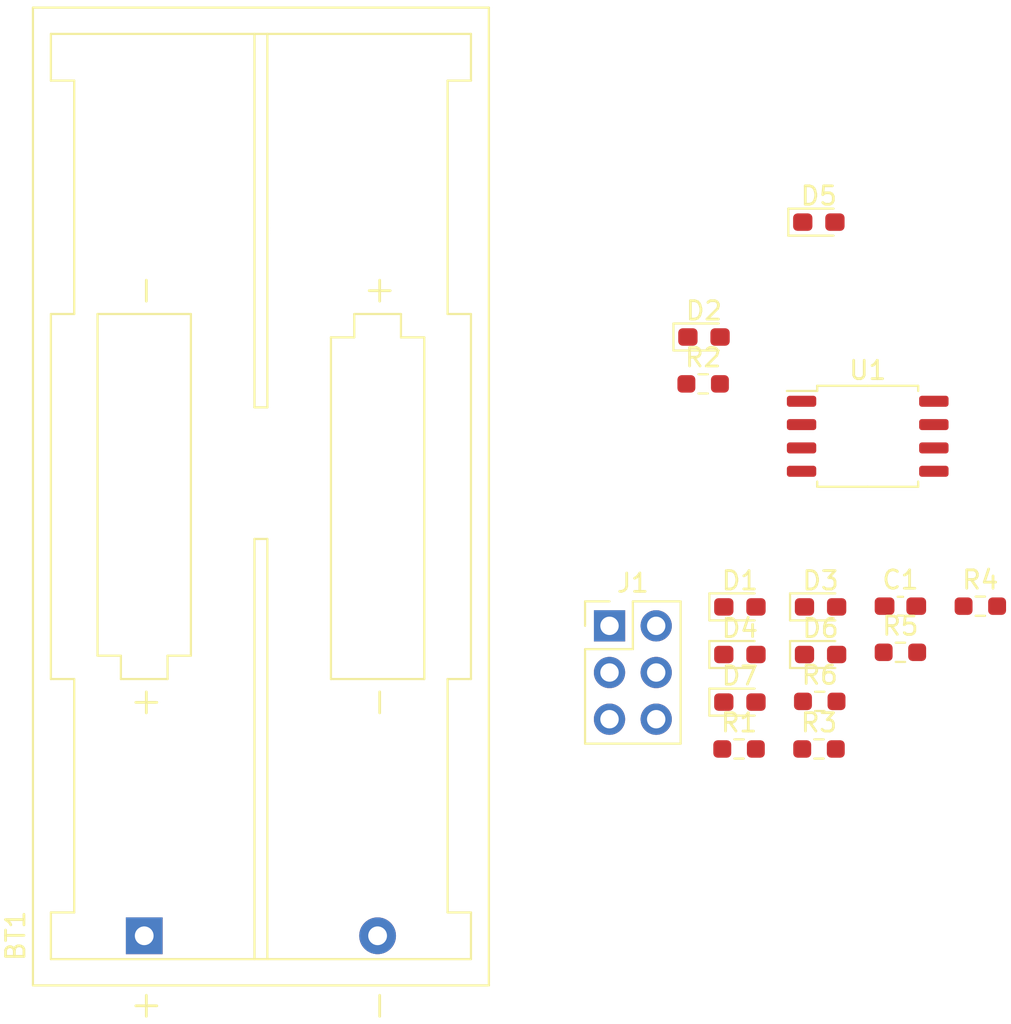
<source format=kicad_pcb>
(kicad_pcb (version 20171130) (host pcbnew "(5.1.10-1-10_14)")

  (general
    (thickness 1.6)
    (drawings 0)
    (tracks 0)
    (zones 0)
    (modules 17)
    (nets 13)
  )

  (page A4)
  (layers
    (0 F.Cu signal)
    (31 B.Cu signal)
    (32 B.Adhes user)
    (33 F.Adhes user)
    (34 B.Paste user)
    (35 F.Paste user)
    (36 B.SilkS user)
    (37 F.SilkS user)
    (38 B.Mask user)
    (39 F.Mask user)
    (40 Dwgs.User user)
    (41 Cmts.User user)
    (42 Eco1.User user)
    (43 Eco2.User user)
    (44 Edge.Cuts user)
    (45 Margin user)
    (46 B.CrtYd user)
    (47 F.CrtYd user)
    (48 B.Fab user)
    (49 F.Fab user)
  )

  (setup
    (last_trace_width 0.25)
    (trace_clearance 0.2)
    (zone_clearance 0.508)
    (zone_45_only no)
    (trace_min 0.2)
    (via_size 0.8)
    (via_drill 0.4)
    (via_min_size 0.4)
    (via_min_drill 0.3)
    (uvia_size 0.3)
    (uvia_drill 0.1)
    (uvias_allowed no)
    (uvia_min_size 0.2)
    (uvia_min_drill 0.1)
    (edge_width 0.05)
    (segment_width 0.2)
    (pcb_text_width 0.3)
    (pcb_text_size 1.5 1.5)
    (mod_edge_width 0.12)
    (mod_text_size 1 1)
    (mod_text_width 0.15)
    (pad_size 1.524 1.524)
    (pad_drill 0.762)
    (pad_to_mask_clearance 0)
    (aux_axis_origin 0 0)
    (visible_elements FFFFFF7F)
    (pcbplotparams
      (layerselection 0x010fc_ffffffff)
      (usegerberextensions false)
      (usegerberattributes true)
      (usegerberadvancedattributes true)
      (creategerberjobfile true)
      (excludeedgelayer true)
      (linewidth 0.100000)
      (plotframeref false)
      (viasonmask false)
      (mode 1)
      (useauxorigin false)
      (hpglpennumber 1)
      (hpglpenspeed 20)
      (hpglpendiameter 15.000000)
      (psnegative false)
      (psa4output false)
      (plotreference true)
      (plotvalue true)
      (plotinvisibletext false)
      (padsonsilk false)
      (subtractmaskfromsilk false)
      (outputformat 1)
      (mirror false)
      (drillshape 1)
      (scaleselection 1)
      (outputdirectory ""))
  )

  (net 0 "")
  (net 1 VCC)
  (net 2 GND)
  (net 3 "Net-(D1-Pad2)")
  (net 4 "Net-(D2-Pad2)")
  (net 5 "Net-(D2-Pad1)")
  (net 6 "Net-(D3-Pad2)")
  (net 7 PB1-MISO-GREEN)
  (net 8 PB2-SCK-BLUE)
  (net 9 PB0-MOSI-RED)
  (net 10 RESET)
  (net 11 PB4-WHITE)
  (net 12 PCINT3)

  (net_class Default "This is the default net class."
    (clearance 0.2)
    (trace_width 0.25)
    (via_dia 0.8)
    (via_drill 0.4)
    (uvia_dia 0.3)
    (uvia_drill 0.1)
    (add_net GND)
    (add_net "Net-(D1-Pad2)")
    (add_net "Net-(D2-Pad1)")
    (add_net "Net-(D2-Pad2)")
    (add_net "Net-(D3-Pad2)")
    (add_net PB0-MOSI-RED)
    (add_net PB1-MISO-GREEN)
    (add_net PB2-SCK-BLUE)
    (add_net PB4-WHITE)
    (add_net PCINT3)
    (add_net RESET)
    (add_net VCC)
  )

  (module Battery:BatteryHolder_Keystone_2468_2xAAA (layer F.Cu) (tedit 5C9A5FE6) (tstamp 619E465D)
    (at 98.933 120.523 90)
    (descr "2xAAA cell battery holder, Keystone P/N 2468, http://www.keyelco.com/product-pdf.cfm?p=1033")
    (tags "AAA battery cell holder")
    (path /619C8DA9)
    (fp_text reference BT1 (at 0 -7 90) (layer F.SilkS)
      (effects (font (size 1 1) (thickness 0.15)))
    )
    (fp_text value "2x AAA" (at 23.9 7.35 90) (layer F.Fab)
      (effects (font (size 1 1) (thickness 0.15)))
    )
    (fp_line (start 50.89 19.15) (end 50.89 -6.45) (layer F.CrtYd) (width 0.05))
    (fp_line (start -3.09 19.15) (end 50.89 19.15) (layer F.CrtYd) (width 0.05))
    (fp_line (start -3.09 -6.45) (end -3.09 19.15) (layer F.CrtYd) (width 0.05))
    (fp_line (start 50.89 -6.45) (end -3.09 -6.45) (layer F.CrtYd) (width 0.05))
    (fp_line (start 50.5 18.75) (end 50.5 -6.05) (layer F.SilkS) (width 0.12))
    (fp_line (start -2.7 18.755) (end 50.5 18.755) (layer F.SilkS) (width 0.12))
    (fp_line (start -2.7 -6.05) (end -2.7 18.75) (layer F.SilkS) (width 0.12))
    (fp_line (start 50.5 -6.055) (end -2.7 -6.055) (layer F.SilkS) (width 0.12))
    (fp_line (start 13.97 15.24) (end 13.97 10.16) (layer F.SilkS) (width 0.12))
    (fp_line (start 13.97 10.16) (end 32.56 10.16) (layer F.SilkS) (width 0.12))
    (fp_line (start 32.56 10.16) (end 32.56 11.43) (layer F.SilkS) (width 0.12))
    (fp_line (start 32.56 11.43) (end 33.83 11.43) (layer F.SilkS) (width 0.12))
    (fp_line (start 33.83 11.43) (end 33.83 13.97) (layer F.SilkS) (width 0.12))
    (fp_line (start 33.83 13.97) (end 32.56 13.97) (layer F.SilkS) (width 0.12))
    (fp_line (start 32.56 13.97) (end 32.56 15.24) (layer F.SilkS) (width 0.12))
    (fp_line (start 32.56 15.24) (end 13.97 15.24) (layer F.SilkS) (width 0.12))
    (fp_line (start 33.83 2.54) (end 15.24 2.54) (layer F.SilkS) (width 0.12))
    (fp_line (start 15.24 2.54) (end 15.24 1.27) (layer F.SilkS) (width 0.12))
    (fp_line (start 15.24 1.27) (end 13.97 1.27) (layer F.SilkS) (width 0.12))
    (fp_line (start 13.97 1.27) (end 13.97 -1.27) (layer F.SilkS) (width 0.12))
    (fp_line (start 13.97 -1.27) (end 15.24 -1.27) (layer F.SilkS) (width 0.12))
    (fp_line (start 15.24 -1.27) (end 15.24 -2.54) (layer F.SilkS) (width 0.12))
    (fp_line (start 15.24 -2.54) (end 33.83 -2.54) (layer F.SilkS) (width 0.12))
    (fp_line (start 33.83 -2.54) (end 33.83 2.54) (layer F.SilkS) (width 0.12))
    (fp_line (start -1.27 6) (end 21.59 6) (layer F.SilkS) (width 0.12))
    (fp_line (start 21.59 6) (end 21.59 6.7) (layer F.SilkS) (width 0.12))
    (fp_line (start 21.59 6.7) (end -1.27 6.7) (layer F.SilkS) (width 0.12))
    (fp_line (start 49.07 6) (end 28.75 6) (layer F.SilkS) (width 0.12))
    (fp_line (start 28.75 6) (end 28.75 6.7) (layer F.SilkS) (width 0.12))
    (fp_line (start 28.75 6.7) (end 49.07 6.7) (layer F.SilkS) (width 0.12))
    (fp_line (start 13.97 16.51) (end 13.97 17.78) (layer F.SilkS) (width 0.12))
    (fp_line (start 13.97 17.78) (end 33.83 17.78) (layer F.SilkS) (width 0.12))
    (fp_line (start 33.83 17.78) (end 33.83 16.51) (layer F.SilkS) (width 0.12))
    (fp_line (start 46.53 -3.81) (end 33.83 -3.81) (layer F.SilkS) (width 0.12))
    (fp_line (start 33.83 -3.81) (end 33.83 -5.08) (layer F.SilkS) (width 0.12))
    (fp_line (start 33.83 -5.08) (end 13.97 -5.08) (layer F.SilkS) (width 0.12))
    (fp_line (start 13.97 -5.08) (end 13.97 -3.81) (layer F.SilkS) (width 0.12))
    (fp_line (start 46.53 16.51) (end 33.83 16.51) (layer F.SilkS) (width 0.12))
    (fp_line (start 1.27 -3.81) (end 13.97 -3.81) (layer F.SilkS) (width 0.12))
    (fp_line (start 1.27 -3.81) (end 1.27 -5.08) (layer F.SilkS) (width 0.12))
    (fp_line (start 1.27 -5.08) (end -1.27 -5.08) (layer F.SilkS) (width 0.12))
    (fp_line (start -1.27 -5.08) (end -1.27 17.78) (layer F.SilkS) (width 0.12))
    (fp_line (start -1.27 17.78) (end 1.27 17.78) (layer F.SilkS) (width 0.12))
    (fp_line (start 1.27 17.78) (end 1.27 16.51) (layer F.SilkS) (width 0.12))
    (fp_line (start 1.27 16.51) (end 13.97 16.51) (layer F.SilkS) (width 0.12))
    (fp_line (start 49.07 -5.08) (end 46.53 -5.08) (layer F.SilkS) (width 0.12))
    (fp_line (start 46.53 -5.08) (end 46.53 -3.81) (layer F.SilkS) (width 0.12))
    (fp_line (start 49.07 -5.08) (end 49.07 17.78) (layer F.SilkS) (width 0.12))
    (fp_line (start 49.07 17.78) (end 46.53 17.78) (layer F.SilkS) (width 0.12))
    (fp_line (start 46.53 17.78) (end 46.53 16.51) (layer F.SilkS) (width 0.12))
    (fp_line (start -2.59 18.645) (end -2.59 -5.945) (layer F.Fab) (width 0.1))
    (fp_line (start 50.39 18.645) (end 50.39 -5.945) (layer F.Fab) (width 0.1))
    (fp_line (start -2.59 18.645) (end 50.39 18.645) (layer F.Fab) (width 0.1))
    (fp_line (start -2.59 -5.945) (end 50.39 -5.945) (layer F.Fab) (width 0.1))
    (fp_text user %R (at 23.9 5.35 90) (layer F.Fab)
      (effects (font (size 1 1) (thickness 0.15)))
    )
    (fp_text user + (at -3.81 0 90) (layer F.SilkS)
      (effects (font (size 1.5 1.5) (thickness 0.15)))
    )
    (fp_text user - (at -3.81 12.7 90) (layer F.SilkS)
      (effects (font (size 1.5 1.5) (thickness 0.15)))
    )
    (fp_text user + (at 12.7 0 90) (layer F.SilkS)
      (effects (font (size 1.5 1.5) (thickness 0.15)))
    )
    (fp_text user - (at 35.1 0 90) (layer F.SilkS)
      (effects (font (size 1.5 1.5) (thickness 0.15)))
    )
    (fp_text user - (at 12.7 12.7 90) (layer F.SilkS)
      (effects (font (size 1.5 1.5) (thickness 0.15)))
    )
    (fp_text user + (at 35.1 12.7 90) (layer F.SilkS)
      (effects (font (size 1.5 1.5) (thickness 0.15)))
    )
    (pad 1 thru_hole rect (at 0 0 90) (size 2 2) (drill 1.02) (layers *.Cu *.Mask)
      (net 1 VCC))
    (pad 2 thru_hole circle (at 0 12.7 90) (size 2 2) (drill 1.02) (layers *.Cu *.Mask)
      (net 2 GND))
    (pad "" np_thru_hole circle (at 8.64 4 90) (size 3.45 3.45) (drill 3.45) (layers *.Cu))
    (pad "" np_thru_hole circle (at 38.61 8.7 90) (size 3.45 3.45) (drill 3.45) (layers *.Cu *.Mask))
    (model ${KISYS3DMOD}/Battery.3dshapes/BatteryHolder_Keystone_2468_2xAAA.wrl
      (at (xyz 0 0 0))
      (scale (xyz 1 1 1))
      (rotate (xyz 0 0 0))
    )
  )

  (module Capacitor_SMD:C_0603_1608Metric_Pad1.08x0.95mm_HandSolder (layer F.Cu) (tedit 5F68FEEF) (tstamp 619E466E)
    (at 140.083001 102.589001)
    (descr "Capacitor SMD 0603 (1608 Metric), square (rectangular) end terminal, IPC_7351 nominal with elongated pad for handsoldering. (Body size source: IPC-SM-782 page 76, https://www.pcb-3d.com/wordpress/wp-content/uploads/ipc-sm-782a_amendment_1_and_2.pdf), generated with kicad-footprint-generator")
    (tags "capacitor handsolder")
    (path /619C96AD)
    (attr smd)
    (fp_text reference C1 (at 0 -1.43) (layer F.SilkS)
      (effects (font (size 1 1) (thickness 0.15)))
    )
    (fp_text value "0.1 uF" (at 0 1.43) (layer F.Fab)
      (effects (font (size 1 1) (thickness 0.15)))
    )
    (fp_line (start -0.8 0.4) (end -0.8 -0.4) (layer F.Fab) (width 0.1))
    (fp_line (start -0.8 -0.4) (end 0.8 -0.4) (layer F.Fab) (width 0.1))
    (fp_line (start 0.8 -0.4) (end 0.8 0.4) (layer F.Fab) (width 0.1))
    (fp_line (start 0.8 0.4) (end -0.8 0.4) (layer F.Fab) (width 0.1))
    (fp_line (start -0.146267 -0.51) (end 0.146267 -0.51) (layer F.SilkS) (width 0.12))
    (fp_line (start -0.146267 0.51) (end 0.146267 0.51) (layer F.SilkS) (width 0.12))
    (fp_line (start -1.65 0.73) (end -1.65 -0.73) (layer F.CrtYd) (width 0.05))
    (fp_line (start -1.65 -0.73) (end 1.65 -0.73) (layer F.CrtYd) (width 0.05))
    (fp_line (start 1.65 -0.73) (end 1.65 0.73) (layer F.CrtYd) (width 0.05))
    (fp_line (start 1.65 0.73) (end -1.65 0.73) (layer F.CrtYd) (width 0.05))
    (fp_text user %R (at 0 0) (layer F.Fab)
      (effects (font (size 0.4 0.4) (thickness 0.06)))
    )
    (pad 1 smd roundrect (at -0.8625 0) (size 1.075 0.95) (layers F.Cu F.Paste F.Mask) (roundrect_rratio 0.25)
      (net 2 GND))
    (pad 2 smd roundrect (at 0.8625 0) (size 1.075 0.95) (layers F.Cu F.Paste F.Mask) (roundrect_rratio 0.25)
      (net 1 VCC))
    (model ${KISYS3DMOD}/Capacitor_SMD.3dshapes/C_0603_1608Metric.wrl
      (at (xyz 0 0 0))
      (scale (xyz 1 1 1))
      (rotate (xyz 0 0 0))
    )
  )

  (module LED_SMD:LED_0603_1608Metric_Pad1.05x0.95mm_HandSolder (layer F.Cu) (tedit 5F68FEF1) (tstamp 619E4681)
    (at 131.348001 102.629001)
    (descr "LED SMD 0603 (1608 Metric), square (rectangular) end terminal, IPC_7351 nominal, (Body size source: http://www.tortai-tech.com/upload/download/2011102023233369053.pdf), generated with kicad-footprint-generator")
    (tags "LED handsolder")
    (path /619D12C4)
    (attr smd)
    (fp_text reference D1 (at 0 -1.43) (layer F.SilkS)
      (effects (font (size 1 1) (thickness 0.15)))
    )
    (fp_text value "White 2V 20mA" (at 0 1.43) (layer F.Fab)
      (effects (font (size 1 1) (thickness 0.15)))
    )
    (fp_line (start 0.8 -0.4) (end -0.5 -0.4) (layer F.Fab) (width 0.1))
    (fp_line (start -0.5 -0.4) (end -0.8 -0.1) (layer F.Fab) (width 0.1))
    (fp_line (start -0.8 -0.1) (end -0.8 0.4) (layer F.Fab) (width 0.1))
    (fp_line (start -0.8 0.4) (end 0.8 0.4) (layer F.Fab) (width 0.1))
    (fp_line (start 0.8 0.4) (end 0.8 -0.4) (layer F.Fab) (width 0.1))
    (fp_line (start 0.8 -0.735) (end -1.66 -0.735) (layer F.SilkS) (width 0.12))
    (fp_line (start -1.66 -0.735) (end -1.66 0.735) (layer F.SilkS) (width 0.12))
    (fp_line (start -1.66 0.735) (end 0.8 0.735) (layer F.SilkS) (width 0.12))
    (fp_line (start -1.65 0.73) (end -1.65 -0.73) (layer F.CrtYd) (width 0.05))
    (fp_line (start -1.65 -0.73) (end 1.65 -0.73) (layer F.CrtYd) (width 0.05))
    (fp_line (start 1.65 -0.73) (end 1.65 0.73) (layer F.CrtYd) (width 0.05))
    (fp_line (start 1.65 0.73) (end -1.65 0.73) (layer F.CrtYd) (width 0.05))
    (fp_text user %R (at 0 0) (layer F.Fab)
      (effects (font (size 0.4 0.4) (thickness 0.06)))
    )
    (pad 1 smd roundrect (at -0.875 0) (size 1.05 0.95) (layers F.Cu F.Paste F.Mask) (roundrect_rratio 0.25)
      (net 2 GND))
    (pad 2 smd roundrect (at 0.875 0) (size 1.05 0.95) (layers F.Cu F.Paste F.Mask) (roundrect_rratio 0.25)
      (net 3 "Net-(D1-Pad2)"))
    (model ${KISYS3DMOD}/LED_SMD.3dshapes/LED_0603_1608Metric.wrl
      (at (xyz 0 0 0))
      (scale (xyz 1 1 1))
      (rotate (xyz 0 0 0))
    )
  )

  (module LED_SMD:LED_0603_1608Metric_Pad1.05x0.95mm_HandSolder (layer F.Cu) (tedit 5F68FEF1) (tstamp 619E4694)
    (at 129.394001 87.944001)
    (descr "LED SMD 0603 (1608 Metric), square (rectangular) end terminal, IPC_7351 nominal, (Body size source: http://www.tortai-tech.com/upload/download/2011102023233369053.pdf), generated with kicad-footprint-generator")
    (tags "LED handsolder")
    (path /61A199D8)
    (attr smd)
    (fp_text reference D2 (at 0 -1.43) (layer F.SilkS)
      (effects (font (size 1 1) (thickness 0.15)))
    )
    (fp_text value LED (at 0 1.43) (layer F.Fab)
      (effects (font (size 1 1) (thickness 0.15)))
    )
    (fp_line (start 1.65 0.73) (end -1.65 0.73) (layer F.CrtYd) (width 0.05))
    (fp_line (start 1.65 -0.73) (end 1.65 0.73) (layer F.CrtYd) (width 0.05))
    (fp_line (start -1.65 -0.73) (end 1.65 -0.73) (layer F.CrtYd) (width 0.05))
    (fp_line (start -1.65 0.73) (end -1.65 -0.73) (layer F.CrtYd) (width 0.05))
    (fp_line (start -1.66 0.735) (end 0.8 0.735) (layer F.SilkS) (width 0.12))
    (fp_line (start -1.66 -0.735) (end -1.66 0.735) (layer F.SilkS) (width 0.12))
    (fp_line (start 0.8 -0.735) (end -1.66 -0.735) (layer F.SilkS) (width 0.12))
    (fp_line (start 0.8 0.4) (end 0.8 -0.4) (layer F.Fab) (width 0.1))
    (fp_line (start -0.8 0.4) (end 0.8 0.4) (layer F.Fab) (width 0.1))
    (fp_line (start -0.8 -0.1) (end -0.8 0.4) (layer F.Fab) (width 0.1))
    (fp_line (start -0.5 -0.4) (end -0.8 -0.1) (layer F.Fab) (width 0.1))
    (fp_line (start 0.8 -0.4) (end -0.5 -0.4) (layer F.Fab) (width 0.1))
    (fp_text user %R (at 0 0) (layer F.Fab)
      (effects (font (size 0.4 0.4) (thickness 0.06)))
    )
    (pad 2 smd roundrect (at 0.875 0) (size 1.05 0.95) (layers F.Cu F.Paste F.Mask) (roundrect_rratio 0.25)
      (net 4 "Net-(D2-Pad2)"))
    (pad 1 smd roundrect (at -0.875 0) (size 1.05 0.95) (layers F.Cu F.Paste F.Mask) (roundrect_rratio 0.25)
      (net 5 "Net-(D2-Pad1)"))
    (model ${KISYS3DMOD}/LED_SMD.3dshapes/LED_0603_1608Metric.wrl
      (at (xyz 0 0 0))
      (scale (xyz 1 1 1))
      (rotate (xyz 0 0 0))
    )
  )

  (module LED_SMD:LED_0603_1608Metric_Pad1.05x0.95mm_HandSolder (layer F.Cu) (tedit 5F68FEF1) (tstamp 619E46A7)
    (at 135.738001 102.629001)
    (descr "LED SMD 0603 (1608 Metric), square (rectangular) end terminal, IPC_7351 nominal, (Body size source: http://www.tortai-tech.com/upload/download/2011102023233369053.pdf), generated with kicad-footprint-generator")
    (tags "LED handsolder")
    (path /61A1D4A6)
    (attr smd)
    (fp_text reference D3 (at 0 -1.43) (layer F.SilkS)
      (effects (font (size 1 1) (thickness 0.15)))
    )
    (fp_text value LED (at 0 1.43) (layer F.Fab)
      (effects (font (size 1 1) (thickness 0.15)))
    )
    (fp_line (start 0.8 -0.4) (end -0.5 -0.4) (layer F.Fab) (width 0.1))
    (fp_line (start -0.5 -0.4) (end -0.8 -0.1) (layer F.Fab) (width 0.1))
    (fp_line (start -0.8 -0.1) (end -0.8 0.4) (layer F.Fab) (width 0.1))
    (fp_line (start -0.8 0.4) (end 0.8 0.4) (layer F.Fab) (width 0.1))
    (fp_line (start 0.8 0.4) (end 0.8 -0.4) (layer F.Fab) (width 0.1))
    (fp_line (start 0.8 -0.735) (end -1.66 -0.735) (layer F.SilkS) (width 0.12))
    (fp_line (start -1.66 -0.735) (end -1.66 0.735) (layer F.SilkS) (width 0.12))
    (fp_line (start -1.66 0.735) (end 0.8 0.735) (layer F.SilkS) (width 0.12))
    (fp_line (start -1.65 0.73) (end -1.65 -0.73) (layer F.CrtYd) (width 0.05))
    (fp_line (start -1.65 -0.73) (end 1.65 -0.73) (layer F.CrtYd) (width 0.05))
    (fp_line (start 1.65 -0.73) (end 1.65 0.73) (layer F.CrtYd) (width 0.05))
    (fp_line (start 1.65 0.73) (end -1.65 0.73) (layer F.CrtYd) (width 0.05))
    (fp_text user %R (at 0 0) (layer F.Fab)
      (effects (font (size 0.4 0.4) (thickness 0.06)))
    )
    (pad 1 smd roundrect (at -0.875 0) (size 1.05 0.95) (layers F.Cu F.Paste F.Mask) (roundrect_rratio 0.25)
      (net 4 "Net-(D2-Pad2)"))
    (pad 2 smd roundrect (at 0.875 0) (size 1.05 0.95) (layers F.Cu F.Paste F.Mask) (roundrect_rratio 0.25)
      (net 6 "Net-(D3-Pad2)"))
    (model ${KISYS3DMOD}/LED_SMD.3dshapes/LED_0603_1608Metric.wrl
      (at (xyz 0 0 0))
      (scale (xyz 1 1 1))
      (rotate (xyz 0 0 0))
    )
  )

  (module LED_SMD:LED_0603_1608Metric_Pad1.05x0.95mm_HandSolder (layer F.Cu) (tedit 5F68FEF1) (tstamp 619E46BA)
    (at 131.348001 105.219001)
    (descr "LED SMD 0603 (1608 Metric), square (rectangular) end terminal, IPC_7351 nominal, (Body size source: http://www.tortai-tech.com/upload/download/2011102023233369053.pdf), generated with kicad-footprint-generator")
    (tags "LED handsolder")
    (path /61A1FF70)
    (attr smd)
    (fp_text reference D4 (at 0 -1.43) (layer F.SilkS)
      (effects (font (size 1 1) (thickness 0.15)))
    )
    (fp_text value LED (at 0 1.43) (layer F.Fab)
      (effects (font (size 1 1) (thickness 0.15)))
    )
    (fp_line (start 1.65 0.73) (end -1.65 0.73) (layer F.CrtYd) (width 0.05))
    (fp_line (start 1.65 -0.73) (end 1.65 0.73) (layer F.CrtYd) (width 0.05))
    (fp_line (start -1.65 -0.73) (end 1.65 -0.73) (layer F.CrtYd) (width 0.05))
    (fp_line (start -1.65 0.73) (end -1.65 -0.73) (layer F.CrtYd) (width 0.05))
    (fp_line (start -1.66 0.735) (end 0.8 0.735) (layer F.SilkS) (width 0.12))
    (fp_line (start -1.66 -0.735) (end -1.66 0.735) (layer F.SilkS) (width 0.12))
    (fp_line (start 0.8 -0.735) (end -1.66 -0.735) (layer F.SilkS) (width 0.12))
    (fp_line (start 0.8 0.4) (end 0.8 -0.4) (layer F.Fab) (width 0.1))
    (fp_line (start -0.8 0.4) (end 0.8 0.4) (layer F.Fab) (width 0.1))
    (fp_line (start -0.8 -0.1) (end -0.8 0.4) (layer F.Fab) (width 0.1))
    (fp_line (start -0.5 -0.4) (end -0.8 -0.1) (layer F.Fab) (width 0.1))
    (fp_line (start 0.8 -0.4) (end -0.5 -0.4) (layer F.Fab) (width 0.1))
    (fp_text user %R (at 0 0) (layer F.Fab)
      (effects (font (size 0.4 0.4) (thickness 0.06)))
    )
    (pad 2 smd roundrect (at 0.875 0) (size 1.05 0.95) (layers F.Cu F.Paste F.Mask) (roundrect_rratio 0.25)
      (net 5 "Net-(D2-Pad1)"))
    (pad 1 smd roundrect (at -0.875 0) (size 1.05 0.95) (layers F.Cu F.Paste F.Mask) (roundrect_rratio 0.25)
      (net 4 "Net-(D2-Pad2)"))
    (model ${KISYS3DMOD}/LED_SMD.3dshapes/LED_0603_1608Metric.wrl
      (at (xyz 0 0 0))
      (scale (xyz 1 1 1))
      (rotate (xyz 0 0 0))
    )
  )

  (module LED_SMD:LED_0603_1608Metric_Pad1.05x0.95mm_HandSolder (layer F.Cu) (tedit 5F68FEF1) (tstamp 619E46CD)
    (at 135.644001 81.694001)
    (descr "LED SMD 0603 (1608 Metric), square (rectangular) end terminal, IPC_7351 nominal, (Body size source: http://www.tortai-tech.com/upload/download/2011102023233369053.pdf), generated with kicad-footprint-generator")
    (tags "LED handsolder")
    (path /61A238D6)
    (attr smd)
    (fp_text reference D5 (at 0 -1.43) (layer F.SilkS)
      (effects (font (size 1 1) (thickness 0.15)))
    )
    (fp_text value LED (at 0 1.43) (layer F.Fab)
      (effects (font (size 1 1) (thickness 0.15)))
    )
    (fp_line (start 0.8 -0.4) (end -0.5 -0.4) (layer F.Fab) (width 0.1))
    (fp_line (start -0.5 -0.4) (end -0.8 -0.1) (layer F.Fab) (width 0.1))
    (fp_line (start -0.8 -0.1) (end -0.8 0.4) (layer F.Fab) (width 0.1))
    (fp_line (start -0.8 0.4) (end 0.8 0.4) (layer F.Fab) (width 0.1))
    (fp_line (start 0.8 0.4) (end 0.8 -0.4) (layer F.Fab) (width 0.1))
    (fp_line (start 0.8 -0.735) (end -1.66 -0.735) (layer F.SilkS) (width 0.12))
    (fp_line (start -1.66 -0.735) (end -1.66 0.735) (layer F.SilkS) (width 0.12))
    (fp_line (start -1.66 0.735) (end 0.8 0.735) (layer F.SilkS) (width 0.12))
    (fp_line (start -1.65 0.73) (end -1.65 -0.73) (layer F.CrtYd) (width 0.05))
    (fp_line (start -1.65 -0.73) (end 1.65 -0.73) (layer F.CrtYd) (width 0.05))
    (fp_line (start 1.65 -0.73) (end 1.65 0.73) (layer F.CrtYd) (width 0.05))
    (fp_line (start 1.65 0.73) (end -1.65 0.73) (layer F.CrtYd) (width 0.05))
    (fp_text user %R (at 0 0) (layer F.Fab)
      (effects (font (size 0.4 0.4) (thickness 0.06)))
    )
    (pad 1 smd roundrect (at -0.875 0) (size 1.05 0.95) (layers F.Cu F.Paste F.Mask) (roundrect_rratio 0.25)
      (net 6 "Net-(D3-Pad2)"))
    (pad 2 smd roundrect (at 0.875 0) (size 1.05 0.95) (layers F.Cu F.Paste F.Mask) (roundrect_rratio 0.25)
      (net 4 "Net-(D2-Pad2)"))
    (model ${KISYS3DMOD}/LED_SMD.3dshapes/LED_0603_1608Metric.wrl
      (at (xyz 0 0 0))
      (scale (xyz 1 1 1))
      (rotate (xyz 0 0 0))
    )
  )

  (module LED_SMD:LED_0603_1608Metric_Pad1.05x0.95mm_HandSolder (layer F.Cu) (tedit 5F68FEF1) (tstamp 619E46E0)
    (at 135.738001 105.219001)
    (descr "LED SMD 0603 (1608 Metric), square (rectangular) end terminal, IPC_7351 nominal, (Body size source: http://www.tortai-tech.com/upload/download/2011102023233369053.pdf), generated with kicad-footprint-generator")
    (tags "LED handsolder")
    (path /61A27DF6)
    (attr smd)
    (fp_text reference D6 (at 0 -1.43) (layer F.SilkS)
      (effects (font (size 1 1) (thickness 0.15)))
    )
    (fp_text value LED (at 0 1.43) (layer F.Fab)
      (effects (font (size 1 1) (thickness 0.15)))
    )
    (fp_line (start 1.65 0.73) (end -1.65 0.73) (layer F.CrtYd) (width 0.05))
    (fp_line (start 1.65 -0.73) (end 1.65 0.73) (layer F.CrtYd) (width 0.05))
    (fp_line (start -1.65 -0.73) (end 1.65 -0.73) (layer F.CrtYd) (width 0.05))
    (fp_line (start -1.65 0.73) (end -1.65 -0.73) (layer F.CrtYd) (width 0.05))
    (fp_line (start -1.66 0.735) (end 0.8 0.735) (layer F.SilkS) (width 0.12))
    (fp_line (start -1.66 -0.735) (end -1.66 0.735) (layer F.SilkS) (width 0.12))
    (fp_line (start 0.8 -0.735) (end -1.66 -0.735) (layer F.SilkS) (width 0.12))
    (fp_line (start 0.8 0.4) (end 0.8 -0.4) (layer F.Fab) (width 0.1))
    (fp_line (start -0.8 0.4) (end 0.8 0.4) (layer F.Fab) (width 0.1))
    (fp_line (start -0.8 -0.1) (end -0.8 0.4) (layer F.Fab) (width 0.1))
    (fp_line (start -0.5 -0.4) (end -0.8 -0.1) (layer F.Fab) (width 0.1))
    (fp_line (start 0.8 -0.4) (end -0.5 -0.4) (layer F.Fab) (width 0.1))
    (fp_text user %R (at 0 0) (layer F.Fab)
      (effects (font (size 0.4 0.4) (thickness 0.06)))
    )
    (pad 2 smd roundrect (at 0.875 0) (size 1.05 0.95) (layers F.Cu F.Paste F.Mask) (roundrect_rratio 0.25)
      (net 6 "Net-(D3-Pad2)"))
    (pad 1 smd roundrect (at -0.875 0) (size 1.05 0.95) (layers F.Cu F.Paste F.Mask) (roundrect_rratio 0.25)
      (net 5 "Net-(D2-Pad1)"))
    (model ${KISYS3DMOD}/LED_SMD.3dshapes/LED_0603_1608Metric.wrl
      (at (xyz 0 0 0))
      (scale (xyz 1 1 1))
      (rotate (xyz 0 0 0))
    )
  )

  (module LED_SMD:LED_0603_1608Metric_Pad1.05x0.95mm_HandSolder (layer F.Cu) (tedit 5F68FEF1) (tstamp 619E46F3)
    (at 131.348001 107.809001)
    (descr "LED SMD 0603 (1608 Metric), square (rectangular) end terminal, IPC_7351 nominal, (Body size source: http://www.tortai-tech.com/upload/download/2011102023233369053.pdf), generated with kicad-footprint-generator")
    (tags "LED handsolder")
    (path /61A29E47)
    (attr smd)
    (fp_text reference D7 (at 0 -1.43) (layer F.SilkS)
      (effects (font (size 1 1) (thickness 0.15)))
    )
    (fp_text value LED (at 0 1.43) (layer F.Fab)
      (effects (font (size 1 1) (thickness 0.15)))
    )
    (fp_line (start 0.8 -0.4) (end -0.5 -0.4) (layer F.Fab) (width 0.1))
    (fp_line (start -0.5 -0.4) (end -0.8 -0.1) (layer F.Fab) (width 0.1))
    (fp_line (start -0.8 -0.1) (end -0.8 0.4) (layer F.Fab) (width 0.1))
    (fp_line (start -0.8 0.4) (end 0.8 0.4) (layer F.Fab) (width 0.1))
    (fp_line (start 0.8 0.4) (end 0.8 -0.4) (layer F.Fab) (width 0.1))
    (fp_line (start 0.8 -0.735) (end -1.66 -0.735) (layer F.SilkS) (width 0.12))
    (fp_line (start -1.66 -0.735) (end -1.66 0.735) (layer F.SilkS) (width 0.12))
    (fp_line (start -1.66 0.735) (end 0.8 0.735) (layer F.SilkS) (width 0.12))
    (fp_line (start -1.65 0.73) (end -1.65 -0.73) (layer F.CrtYd) (width 0.05))
    (fp_line (start -1.65 -0.73) (end 1.65 -0.73) (layer F.CrtYd) (width 0.05))
    (fp_line (start 1.65 -0.73) (end 1.65 0.73) (layer F.CrtYd) (width 0.05))
    (fp_line (start 1.65 0.73) (end -1.65 0.73) (layer F.CrtYd) (width 0.05))
    (fp_text user %R (at 0 0) (layer F.Fab)
      (effects (font (size 0.4 0.4) (thickness 0.06)))
    )
    (pad 1 smd roundrect (at -0.875 0) (size 1.05 0.95) (layers F.Cu F.Paste F.Mask) (roundrect_rratio 0.25)
      (net 6 "Net-(D3-Pad2)"))
    (pad 2 smd roundrect (at 0.875 0) (size 1.05 0.95) (layers F.Cu F.Paste F.Mask) (roundrect_rratio 0.25)
      (net 5 "Net-(D2-Pad1)"))
    (model ${KISYS3DMOD}/LED_SMD.3dshapes/LED_0603_1608Metric.wrl
      (at (xyz 0 0 0))
      (scale (xyz 1 1 1))
      (rotate (xyz 0 0 0))
    )
  )

  (module Connector_PinHeader_2.54mm:PinHeader_2x03_P2.54mm_Vertical (layer F.Cu) (tedit 59FED5CC) (tstamp 619E470F)
    (at 124.253001 103.659001)
    (descr "Through hole straight pin header, 2x03, 2.54mm pitch, double rows")
    (tags "Through hole pin header THT 2x03 2.54mm double row")
    (path /61A0C357)
    (fp_text reference J1 (at 1.27 -2.33) (layer F.SilkS)
      (effects (font (size 1 1) (thickness 0.15)))
    )
    (fp_text value ICSP (at 1.27 7.41) (layer F.Fab)
      (effects (font (size 1 1) (thickness 0.15)))
    )
    (fp_line (start 0 -1.27) (end 3.81 -1.27) (layer F.Fab) (width 0.1))
    (fp_line (start 3.81 -1.27) (end 3.81 6.35) (layer F.Fab) (width 0.1))
    (fp_line (start 3.81 6.35) (end -1.27 6.35) (layer F.Fab) (width 0.1))
    (fp_line (start -1.27 6.35) (end -1.27 0) (layer F.Fab) (width 0.1))
    (fp_line (start -1.27 0) (end 0 -1.27) (layer F.Fab) (width 0.1))
    (fp_line (start -1.33 6.41) (end 3.87 6.41) (layer F.SilkS) (width 0.12))
    (fp_line (start -1.33 1.27) (end -1.33 6.41) (layer F.SilkS) (width 0.12))
    (fp_line (start 3.87 -1.33) (end 3.87 6.41) (layer F.SilkS) (width 0.12))
    (fp_line (start -1.33 1.27) (end 1.27 1.27) (layer F.SilkS) (width 0.12))
    (fp_line (start 1.27 1.27) (end 1.27 -1.33) (layer F.SilkS) (width 0.12))
    (fp_line (start 1.27 -1.33) (end 3.87 -1.33) (layer F.SilkS) (width 0.12))
    (fp_line (start -1.33 0) (end -1.33 -1.33) (layer F.SilkS) (width 0.12))
    (fp_line (start -1.33 -1.33) (end 0 -1.33) (layer F.SilkS) (width 0.12))
    (fp_line (start -1.8 -1.8) (end -1.8 6.85) (layer F.CrtYd) (width 0.05))
    (fp_line (start -1.8 6.85) (end 4.35 6.85) (layer F.CrtYd) (width 0.05))
    (fp_line (start 4.35 6.85) (end 4.35 -1.8) (layer F.CrtYd) (width 0.05))
    (fp_line (start 4.35 -1.8) (end -1.8 -1.8) (layer F.CrtYd) (width 0.05))
    (fp_text user %R (at 1.27 2.54 90) (layer F.Fab)
      (effects (font (size 1 1) (thickness 0.15)))
    )
    (pad 1 thru_hole rect (at 0 0) (size 1.7 1.7) (drill 1) (layers *.Cu *.Mask)
      (net 7 PB1-MISO-GREEN))
    (pad 2 thru_hole oval (at 2.54 0) (size 1.7 1.7) (drill 1) (layers *.Cu *.Mask)
      (net 1 VCC))
    (pad 3 thru_hole oval (at 0 2.54) (size 1.7 1.7) (drill 1) (layers *.Cu *.Mask)
      (net 8 PB2-SCK-BLUE))
    (pad 4 thru_hole oval (at 2.54 2.54) (size 1.7 1.7) (drill 1) (layers *.Cu *.Mask)
      (net 9 PB0-MOSI-RED))
    (pad 5 thru_hole oval (at 0 5.08) (size 1.7 1.7) (drill 1) (layers *.Cu *.Mask)
      (net 10 RESET))
    (pad 6 thru_hole oval (at 2.54 5.08) (size 1.7 1.7) (drill 1) (layers *.Cu *.Mask)
      (net 2 GND))
    (model ${KISYS3DMOD}/Connector_PinHeader_2.54mm.3dshapes/PinHeader_2x03_P2.54mm_Vertical.wrl
      (at (xyz 0 0 0))
      (scale (xyz 1 1 1))
      (rotate (xyz 0 0 0))
    )
  )

  (module Resistor_SMD:R_0603_1608Metric_Pad0.98x0.95mm_HandSolder (layer F.Cu) (tedit 5F68FEEE) (tstamp 619E4720)
    (at 131.303001 110.359001)
    (descr "Resistor SMD 0603 (1608 Metric), square (rectangular) end terminal, IPC_7351 nominal with elongated pad for handsoldering. (Body size source: IPC-SM-782 page 72, https://www.pcb-3d.com/wordpress/wp-content/uploads/ipc-sm-782a_amendment_1_and_2.pdf), generated with kicad-footprint-generator")
    (tags "resistor handsolder")
    (path /619C74DD)
    (attr smd)
    (fp_text reference R1 (at 0 -1.43) (layer F.SilkS)
      (effects (font (size 1 1) (thickness 0.15)))
    )
    (fp_text value "10 kohm" (at 0 1.43) (layer F.Fab)
      (effects (font (size 1 1) (thickness 0.15)))
    )
    (fp_line (start -0.8 0.4125) (end -0.8 -0.4125) (layer F.Fab) (width 0.1))
    (fp_line (start -0.8 -0.4125) (end 0.8 -0.4125) (layer F.Fab) (width 0.1))
    (fp_line (start 0.8 -0.4125) (end 0.8 0.4125) (layer F.Fab) (width 0.1))
    (fp_line (start 0.8 0.4125) (end -0.8 0.4125) (layer F.Fab) (width 0.1))
    (fp_line (start -0.254724 -0.5225) (end 0.254724 -0.5225) (layer F.SilkS) (width 0.12))
    (fp_line (start -0.254724 0.5225) (end 0.254724 0.5225) (layer F.SilkS) (width 0.12))
    (fp_line (start -1.65 0.73) (end -1.65 -0.73) (layer F.CrtYd) (width 0.05))
    (fp_line (start -1.65 -0.73) (end 1.65 -0.73) (layer F.CrtYd) (width 0.05))
    (fp_line (start 1.65 -0.73) (end 1.65 0.73) (layer F.CrtYd) (width 0.05))
    (fp_line (start 1.65 0.73) (end -1.65 0.73) (layer F.CrtYd) (width 0.05))
    (fp_text user %R (at 0 0) (layer F.Fab)
      (effects (font (size 0.4 0.4) (thickness 0.06)))
    )
    (pad 1 smd roundrect (at -0.9125 0) (size 0.975 0.95) (layers F.Cu F.Paste F.Mask) (roundrect_rratio 0.25)
      (net 1 VCC))
    (pad 2 smd roundrect (at 0.9125 0) (size 0.975 0.95) (layers F.Cu F.Paste F.Mask) (roundrect_rratio 0.25)
      (net 10 RESET))
    (model ${KISYS3DMOD}/Resistor_SMD.3dshapes/R_0603_1608Metric.wrl
      (at (xyz 0 0 0))
      (scale (xyz 1 1 1))
      (rotate (xyz 0 0 0))
    )
  )

  (module Resistor_SMD:R_0603_1608Metric_Pad0.98x0.95mm_HandSolder (layer F.Cu) (tedit 5F68FEEE) (tstamp 619E4731)
    (at 129.349001 90.494001)
    (descr "Resistor SMD 0603 (1608 Metric), square (rectangular) end terminal, IPC_7351 nominal with elongated pad for handsoldering. (Body size source: IPC-SM-782 page 72, https://www.pcb-3d.com/wordpress/wp-content/uploads/ipc-sm-782a_amendment_1_and_2.pdf), generated with kicad-footprint-generator")
    (tags "resistor handsolder")
    (path /619D52EA)
    (attr smd)
    (fp_text reference R2 (at 0 -1.43) (layer F.SilkS)
      (effects (font (size 1 1) (thickness 0.15)))
    )
    (fp_text value ?? (at 0 1.43) (layer F.Fab)
      (effects (font (size 1 1) (thickness 0.15)))
    )
    (fp_line (start 1.65 0.73) (end -1.65 0.73) (layer F.CrtYd) (width 0.05))
    (fp_line (start 1.65 -0.73) (end 1.65 0.73) (layer F.CrtYd) (width 0.05))
    (fp_line (start -1.65 -0.73) (end 1.65 -0.73) (layer F.CrtYd) (width 0.05))
    (fp_line (start -1.65 0.73) (end -1.65 -0.73) (layer F.CrtYd) (width 0.05))
    (fp_line (start -0.254724 0.5225) (end 0.254724 0.5225) (layer F.SilkS) (width 0.12))
    (fp_line (start -0.254724 -0.5225) (end 0.254724 -0.5225) (layer F.SilkS) (width 0.12))
    (fp_line (start 0.8 0.4125) (end -0.8 0.4125) (layer F.Fab) (width 0.1))
    (fp_line (start 0.8 -0.4125) (end 0.8 0.4125) (layer F.Fab) (width 0.1))
    (fp_line (start -0.8 -0.4125) (end 0.8 -0.4125) (layer F.Fab) (width 0.1))
    (fp_line (start -0.8 0.4125) (end -0.8 -0.4125) (layer F.Fab) (width 0.1))
    (fp_text user %R (at 0 0) (layer F.Fab)
      (effects (font (size 0.4 0.4) (thickness 0.06)))
    )
    (pad 2 smd roundrect (at 0.9125 0) (size 0.975 0.95) (layers F.Cu F.Paste F.Mask) (roundrect_rratio 0.25)
      (net 3 "Net-(D1-Pad2)"))
    (pad 1 smd roundrect (at -0.9125 0) (size 0.975 0.95) (layers F.Cu F.Paste F.Mask) (roundrect_rratio 0.25)
      (net 11 PB4-WHITE))
    (model ${KISYS3DMOD}/Resistor_SMD.3dshapes/R_0603_1608Metric.wrl
      (at (xyz 0 0 0))
      (scale (xyz 1 1 1))
      (rotate (xyz 0 0 0))
    )
  )

  (module Resistor_SMD:R_0603_1608Metric_Pad0.98x0.95mm_HandSolder (layer F.Cu) (tedit 5F68FEEE) (tstamp 619E4742)
    (at 135.653001 110.359001)
    (descr "Resistor SMD 0603 (1608 Metric), square (rectangular) end terminal, IPC_7351 nominal with elongated pad for handsoldering. (Body size source: IPC-SM-782 page 72, https://www.pcb-3d.com/wordpress/wp-content/uploads/ipc-sm-782a_amendment_1_and_2.pdf), generated with kicad-footprint-generator")
    (tags "resistor handsolder")
    (path /619DEBE9)
    (attr smd)
    (fp_text reference R3 (at 0 -1.43) (layer F.SilkS)
      (effects (font (size 1 1) (thickness 0.15)))
    )
    (fp_text value ?? (at 0 1.43) (layer F.Fab)
      (effects (font (size 1 1) (thickness 0.15)))
    )
    (fp_line (start -0.8 0.4125) (end -0.8 -0.4125) (layer F.Fab) (width 0.1))
    (fp_line (start -0.8 -0.4125) (end 0.8 -0.4125) (layer F.Fab) (width 0.1))
    (fp_line (start 0.8 -0.4125) (end 0.8 0.4125) (layer F.Fab) (width 0.1))
    (fp_line (start 0.8 0.4125) (end -0.8 0.4125) (layer F.Fab) (width 0.1))
    (fp_line (start -0.254724 -0.5225) (end 0.254724 -0.5225) (layer F.SilkS) (width 0.12))
    (fp_line (start -0.254724 0.5225) (end 0.254724 0.5225) (layer F.SilkS) (width 0.12))
    (fp_line (start -1.65 0.73) (end -1.65 -0.73) (layer F.CrtYd) (width 0.05))
    (fp_line (start -1.65 -0.73) (end 1.65 -0.73) (layer F.CrtYd) (width 0.05))
    (fp_line (start 1.65 -0.73) (end 1.65 0.73) (layer F.CrtYd) (width 0.05))
    (fp_line (start 1.65 0.73) (end -1.65 0.73) (layer F.CrtYd) (width 0.05))
    (fp_text user %R (at 0 0) (layer F.Fab)
      (effects (font (size 0.4 0.4) (thickness 0.06)))
    )
    (pad 1 smd roundrect (at -0.9125 0) (size 0.975 0.95) (layers F.Cu F.Paste F.Mask) (roundrect_rratio 0.25)
      (net 9 PB0-MOSI-RED))
    (pad 2 smd roundrect (at 0.9125 0) (size 0.975 0.95) (layers F.Cu F.Paste F.Mask) (roundrect_rratio 0.25)
      (net 5 "Net-(D2-Pad1)"))
    (model ${KISYS3DMOD}/Resistor_SMD.3dshapes/R_0603_1608Metric.wrl
      (at (xyz 0 0 0))
      (scale (xyz 1 1 1))
      (rotate (xyz 0 0 0))
    )
  )

  (module Resistor_SMD:R_0603_1608Metric_Pad0.98x0.95mm_HandSolder (layer F.Cu) (tedit 5F68FEEE) (tstamp 619E4753)
    (at 144.433001 102.589001)
    (descr "Resistor SMD 0603 (1608 Metric), square (rectangular) end terminal, IPC_7351 nominal with elongated pad for handsoldering. (Body size source: IPC-SM-782 page 72, https://www.pcb-3d.com/wordpress/wp-content/uploads/ipc-sm-782a_amendment_1_and_2.pdf), generated with kicad-footprint-generator")
    (tags "resistor handsolder")
    (path /619DF89B)
    (attr smd)
    (fp_text reference R4 (at 0 -1.43) (layer F.SilkS)
      (effects (font (size 1 1) (thickness 0.15)))
    )
    (fp_text value ?? (at 0 1.43) (layer F.Fab)
      (effects (font (size 1 1) (thickness 0.15)))
    )
    (fp_line (start 1.65 0.73) (end -1.65 0.73) (layer F.CrtYd) (width 0.05))
    (fp_line (start 1.65 -0.73) (end 1.65 0.73) (layer F.CrtYd) (width 0.05))
    (fp_line (start -1.65 -0.73) (end 1.65 -0.73) (layer F.CrtYd) (width 0.05))
    (fp_line (start -1.65 0.73) (end -1.65 -0.73) (layer F.CrtYd) (width 0.05))
    (fp_line (start -0.254724 0.5225) (end 0.254724 0.5225) (layer F.SilkS) (width 0.12))
    (fp_line (start -0.254724 -0.5225) (end 0.254724 -0.5225) (layer F.SilkS) (width 0.12))
    (fp_line (start 0.8 0.4125) (end -0.8 0.4125) (layer F.Fab) (width 0.1))
    (fp_line (start 0.8 -0.4125) (end 0.8 0.4125) (layer F.Fab) (width 0.1))
    (fp_line (start -0.8 -0.4125) (end 0.8 -0.4125) (layer F.Fab) (width 0.1))
    (fp_line (start -0.8 0.4125) (end -0.8 -0.4125) (layer F.Fab) (width 0.1))
    (fp_text user %R (at 0 0) (layer F.Fab)
      (effects (font (size 0.4 0.4) (thickness 0.06)))
    )
    (pad 2 smd roundrect (at 0.9125 0) (size 0.975 0.95) (layers F.Cu F.Paste F.Mask) (roundrect_rratio 0.25)
      (net 4 "Net-(D2-Pad2)"))
    (pad 1 smd roundrect (at -0.9125 0) (size 0.975 0.95) (layers F.Cu F.Paste F.Mask) (roundrect_rratio 0.25)
      (net 7 PB1-MISO-GREEN))
    (model ${KISYS3DMOD}/Resistor_SMD.3dshapes/R_0603_1608Metric.wrl
      (at (xyz 0 0 0))
      (scale (xyz 1 1 1))
      (rotate (xyz 0 0 0))
    )
  )

  (module Resistor_SMD:R_0603_1608Metric_Pad0.98x0.95mm_HandSolder (layer F.Cu) (tedit 5F68FEEE) (tstamp 619E4764)
    (at 140.083001 105.099001)
    (descr "Resistor SMD 0603 (1608 Metric), square (rectangular) end terminal, IPC_7351 nominal with elongated pad for handsoldering. (Body size source: IPC-SM-782 page 72, https://www.pcb-3d.com/wordpress/wp-content/uploads/ipc-sm-782a_amendment_1_and_2.pdf), generated with kicad-footprint-generator")
    (tags "resistor handsolder")
    (path /619DFD53)
    (attr smd)
    (fp_text reference R5 (at 0 -1.43) (layer F.SilkS)
      (effects (font (size 1 1) (thickness 0.15)))
    )
    (fp_text value ?? (at 0 1.43) (layer F.Fab)
      (effects (font (size 1 1) (thickness 0.15)))
    )
    (fp_line (start -0.8 0.4125) (end -0.8 -0.4125) (layer F.Fab) (width 0.1))
    (fp_line (start -0.8 -0.4125) (end 0.8 -0.4125) (layer F.Fab) (width 0.1))
    (fp_line (start 0.8 -0.4125) (end 0.8 0.4125) (layer F.Fab) (width 0.1))
    (fp_line (start 0.8 0.4125) (end -0.8 0.4125) (layer F.Fab) (width 0.1))
    (fp_line (start -0.254724 -0.5225) (end 0.254724 -0.5225) (layer F.SilkS) (width 0.12))
    (fp_line (start -0.254724 0.5225) (end 0.254724 0.5225) (layer F.SilkS) (width 0.12))
    (fp_line (start -1.65 0.73) (end -1.65 -0.73) (layer F.CrtYd) (width 0.05))
    (fp_line (start -1.65 -0.73) (end 1.65 -0.73) (layer F.CrtYd) (width 0.05))
    (fp_line (start 1.65 -0.73) (end 1.65 0.73) (layer F.CrtYd) (width 0.05))
    (fp_line (start 1.65 0.73) (end -1.65 0.73) (layer F.CrtYd) (width 0.05))
    (fp_text user %R (at 0 0) (layer F.Fab)
      (effects (font (size 0.4 0.4) (thickness 0.06)))
    )
    (pad 1 smd roundrect (at -0.9125 0) (size 0.975 0.95) (layers F.Cu F.Paste F.Mask) (roundrect_rratio 0.25)
      (net 8 PB2-SCK-BLUE))
    (pad 2 smd roundrect (at 0.9125 0) (size 0.975 0.95) (layers F.Cu F.Paste F.Mask) (roundrect_rratio 0.25)
      (net 6 "Net-(D3-Pad2)"))
    (model ${KISYS3DMOD}/Resistor_SMD.3dshapes/R_0603_1608Metric.wrl
      (at (xyz 0 0 0))
      (scale (xyz 1 1 1))
      (rotate (xyz 0 0 0))
    )
  )

  (module Resistor_SMD:R_0603_1608Metric_Pad0.98x0.95mm_HandSolder (layer F.Cu) (tedit 5F68FEEE) (tstamp 619E4775)
    (at 135.693001 107.769001)
    (descr "Resistor SMD 0603 (1608 Metric), square (rectangular) end terminal, IPC_7351 nominal with elongated pad for handsoldering. (Body size source: IPC-SM-782 page 72, https://www.pcb-3d.com/wordpress/wp-content/uploads/ipc-sm-782a_amendment_1_and_2.pdf), generated with kicad-footprint-generator")
    (tags "resistor handsolder")
    (path /61A2E4DC)
    (attr smd)
    (fp_text reference R6 (at 0 -1.43) (layer F.SilkS)
      (effects (font (size 1 1) (thickness 0.15)))
    )
    (fp_text value "10 kohm" (at 0 1.43) (layer F.Fab)
      (effects (font (size 1 1) (thickness 0.15)))
    )
    (fp_line (start 1.65 0.73) (end -1.65 0.73) (layer F.CrtYd) (width 0.05))
    (fp_line (start 1.65 -0.73) (end 1.65 0.73) (layer F.CrtYd) (width 0.05))
    (fp_line (start -1.65 -0.73) (end 1.65 -0.73) (layer F.CrtYd) (width 0.05))
    (fp_line (start -1.65 0.73) (end -1.65 -0.73) (layer F.CrtYd) (width 0.05))
    (fp_line (start -0.254724 0.5225) (end 0.254724 0.5225) (layer F.SilkS) (width 0.12))
    (fp_line (start -0.254724 -0.5225) (end 0.254724 -0.5225) (layer F.SilkS) (width 0.12))
    (fp_line (start 0.8 0.4125) (end -0.8 0.4125) (layer F.Fab) (width 0.1))
    (fp_line (start 0.8 -0.4125) (end 0.8 0.4125) (layer F.Fab) (width 0.1))
    (fp_line (start -0.8 -0.4125) (end 0.8 -0.4125) (layer F.Fab) (width 0.1))
    (fp_line (start -0.8 0.4125) (end -0.8 -0.4125) (layer F.Fab) (width 0.1))
    (fp_text user %R (at 0 0) (layer F.Fab)
      (effects (font (size 0.4 0.4) (thickness 0.06)))
    )
    (pad 2 smd roundrect (at 0.9125 0) (size 0.975 0.95) (layers F.Cu F.Paste F.Mask) (roundrect_rratio 0.25)
      (net 2 GND))
    (pad 1 smd roundrect (at -0.9125 0) (size 0.975 0.95) (layers F.Cu F.Paste F.Mask) (roundrect_rratio 0.25)
      (net 12 PCINT3))
    (model ${KISYS3DMOD}/Resistor_SMD.3dshapes/R_0603_1608Metric.wrl
      (at (xyz 0 0 0))
      (scale (xyz 1 1 1))
      (rotate (xyz 0 0 0))
    )
  )

  (module Package_SO:SOIC-8_5.275x5.275mm_P1.27mm (layer F.Cu) (tedit 5D9F72B1) (tstamp 61A0A1CA)
    (at 138.303 93.345)
    (descr "SOIC, 8 Pin (http://ww1.microchip.com/downloads/en/DeviceDoc/20005045C.pdf#page=23), generated with kicad-footprint-generator ipc_gullwing_generator.py")
    (tags "SOIC SO")
    (path /61A04A59)
    (attr smd)
    (fp_text reference U1 (at 0 -3.59) (layer F.SilkS)
      (effects (font (size 1 1) (thickness 0.15)))
    )
    (fp_text value ATtiny85-20SHR (at 0 3.59) (layer F.Fab)
      (effects (font (size 1 1) (thickness 0.15)))
    )
    (fp_line (start 4.65 -2.89) (end -4.65 -2.89) (layer F.CrtYd) (width 0.05))
    (fp_line (start 4.65 2.89) (end 4.65 -2.89) (layer F.CrtYd) (width 0.05))
    (fp_line (start -4.65 2.89) (end 4.65 2.89) (layer F.CrtYd) (width 0.05))
    (fp_line (start -4.65 -2.89) (end -4.65 2.89) (layer F.CrtYd) (width 0.05))
    (fp_line (start -2.6375 -1.6375) (end -1.6375 -2.6375) (layer F.Fab) (width 0.1))
    (fp_line (start -2.6375 2.6375) (end -2.6375 -1.6375) (layer F.Fab) (width 0.1))
    (fp_line (start 2.6375 2.6375) (end -2.6375 2.6375) (layer F.Fab) (width 0.1))
    (fp_line (start 2.6375 -2.6375) (end 2.6375 2.6375) (layer F.Fab) (width 0.1))
    (fp_line (start -1.6375 -2.6375) (end 2.6375 -2.6375) (layer F.Fab) (width 0.1))
    (fp_line (start -2.7475 -2.465) (end -4.4 -2.465) (layer F.SilkS) (width 0.12))
    (fp_line (start -2.7475 -2.7475) (end -2.7475 -2.465) (layer F.SilkS) (width 0.12))
    (fp_line (start 0 -2.7475) (end -2.7475 -2.7475) (layer F.SilkS) (width 0.12))
    (fp_line (start 2.7475 -2.7475) (end 2.7475 -2.465) (layer F.SilkS) (width 0.12))
    (fp_line (start 0 -2.7475) (end 2.7475 -2.7475) (layer F.SilkS) (width 0.12))
    (fp_line (start -2.7475 2.7475) (end -2.7475 2.465) (layer F.SilkS) (width 0.12))
    (fp_line (start 0 2.7475) (end -2.7475 2.7475) (layer F.SilkS) (width 0.12))
    (fp_line (start 2.7475 2.7475) (end 2.7475 2.465) (layer F.SilkS) (width 0.12))
    (fp_line (start 0 2.7475) (end 2.7475 2.7475) (layer F.SilkS) (width 0.12))
    (fp_text user %R (at 0 0) (layer F.Fab)
      (effects (font (size 1 1) (thickness 0.15)))
    )
    (pad 1 smd roundrect (at -3.6 -1.905) (size 1.6 0.6) (layers F.Cu F.Paste F.Mask) (roundrect_rratio 0.25)
      (net 10 RESET))
    (pad 2 smd roundrect (at -3.6 -0.635) (size 1.6 0.6) (layers F.Cu F.Paste F.Mask) (roundrect_rratio 0.25)
      (net 12 PCINT3))
    (pad 3 smd roundrect (at -3.6 0.635) (size 1.6 0.6) (layers F.Cu F.Paste F.Mask) (roundrect_rratio 0.25)
      (net 11 PB4-WHITE))
    (pad 4 smd roundrect (at -3.6 1.905) (size 1.6 0.6) (layers F.Cu F.Paste F.Mask) (roundrect_rratio 0.25)
      (net 2 GND))
    (pad 5 smd roundrect (at 3.6 1.905) (size 1.6 0.6) (layers F.Cu F.Paste F.Mask) (roundrect_rratio 0.25)
      (net 9 PB0-MOSI-RED))
    (pad 6 smd roundrect (at 3.6 0.635) (size 1.6 0.6) (layers F.Cu F.Paste F.Mask) (roundrect_rratio 0.25)
      (net 7 PB1-MISO-GREEN))
    (pad 7 smd roundrect (at 3.6 -0.635) (size 1.6 0.6) (layers F.Cu F.Paste F.Mask) (roundrect_rratio 0.25)
      (net 8 PB2-SCK-BLUE))
    (pad 8 smd roundrect (at 3.6 -1.905) (size 1.6 0.6) (layers F.Cu F.Paste F.Mask) (roundrect_rratio 0.25)
      (net 1 VCC))
    (model ${KISYS3DMOD}/Package_SO.3dshapes/SOIC-8_5.275x5.275mm_P1.27mm.wrl
      (at (xyz 0 0 0))
      (scale (xyz 1 1 1))
      (rotate (xyz 0 0 0))
    )
  )

)

</source>
